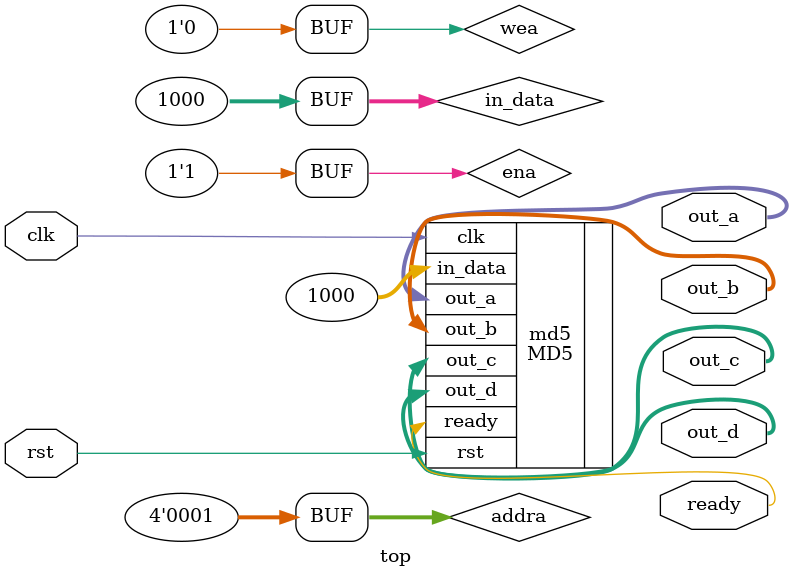
<source format=v>
`timescale 1ns / 1ps


module top(
        input rst,
        input clk,
        output [31:0] out_a,out_b,out_c,out_d,
        output ready
       
);

reg [31:0] in_data = 1000;
reg ena = 1;
reg wea = 0;
reg [3:0] addra = 1;
reg dina;

MD5 md5(
.rst(rst),
.clk(clk),
.in_data(in_data),
.out_a(out_a),
.out_b(out_b),
.out_c(out_c),
.out_d(out_d),
.ready(ready)
);

/*blk_mem_gen_0  blk_mem_gen_m0
    (
        .clka(clk),                //BRAM ÊäÈëÊ±ÖÓÐÅºÅ
        .ena(ena),                  //BRAM Ê±ÖÓÊ¹ÄÜÐÅºÅ
        .wea(wea),                  //Ð´Ê¹ÄÜÐÅºÅ
        .addra(addra),              //µØÖ·ÐÅºÅ
        .dina(dina),                //Êý¾ÝÊäÈë½Ó¿Ú   Ð´Èë
        .douta(in_data)               //Êý¾ÝÊä³ö½Ó¿Ú   ¶Á³ö

    );
*/
endmodule

</source>
